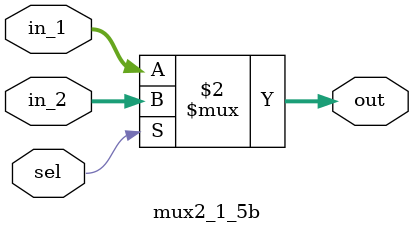
<source format=v>
module mux2_1_5b(
input  wire [4:0] in_1, 
input  wire [4:0] in_2,
input  wire         sel,
output wire [4:0] out);
  
assign out = (sel == 1'b0)? in_1:in_2 ;
  
  
endmodule


</source>
